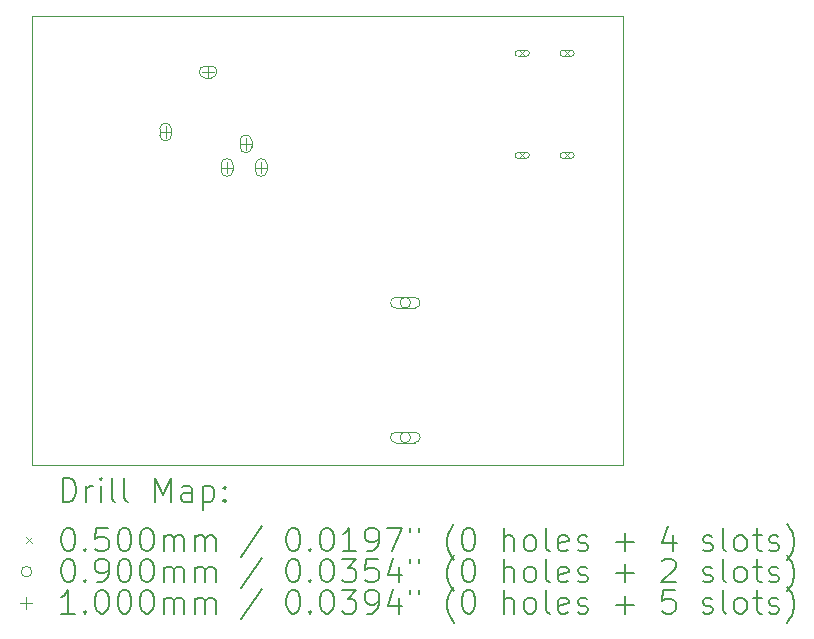
<source format=gbr>
%TF.GenerationSoftware,KiCad,Pcbnew,8.0.4*%
%TF.CreationDate,2024-08-12T23:01:41-04:00*%
%TF.ProjectId,SAMD21_MIDI_SPEAKER,53414d44-3231-45f4-9d49-44495f535045,rev?*%
%TF.SameCoordinates,Original*%
%TF.FileFunction,Drillmap*%
%TF.FilePolarity,Positive*%
%FSLAX45Y45*%
G04 Gerber Fmt 4.5, Leading zero omitted, Abs format (unit mm)*
G04 Created by KiCad (PCBNEW 8.0.4) date 2024-08-12 23:01:41*
%MOMM*%
%LPD*%
G01*
G04 APERTURE LIST*
%ADD10C,0.050000*%
%ADD11C,0.200000*%
%ADD12C,0.100000*%
G04 APERTURE END LIST*
D10*
X15000000Y-8600000D02*
X15100000Y-8600000D01*
X15000000Y-4800000D02*
X15000000Y-8600000D01*
X20000000Y-4800000D02*
X15000000Y-4800000D01*
X20000000Y-8600000D02*
X20000000Y-4800000D01*
X15100000Y-8600000D02*
X20000000Y-8600000D01*
D11*
D12*
X19125000Y-5093000D02*
X19175000Y-5143000D01*
X19175000Y-5093000D02*
X19125000Y-5143000D01*
X19115000Y-5143000D02*
X19185000Y-5143000D01*
X19185000Y-5093000D02*
G75*
G02*
X19185000Y-5143000I0J-25000D01*
G01*
X19185000Y-5093000D02*
X19115000Y-5093000D01*
X19115000Y-5093000D02*
G75*
G03*
X19115000Y-5143000I0J-25000D01*
G01*
X19125000Y-5957000D02*
X19175000Y-6007000D01*
X19175000Y-5957000D02*
X19125000Y-6007000D01*
X19115000Y-6007000D02*
X19185000Y-6007000D01*
X19185000Y-5957000D02*
G75*
G02*
X19185000Y-6007000I0J-25000D01*
G01*
X19185000Y-5957000D02*
X19115000Y-5957000D01*
X19115000Y-5957000D02*
G75*
G03*
X19115000Y-6007000I0J-25000D01*
G01*
X19505000Y-5093000D02*
X19555000Y-5143000D01*
X19555000Y-5093000D02*
X19505000Y-5143000D01*
X19495000Y-5143000D02*
X19565000Y-5143000D01*
X19565000Y-5093000D02*
G75*
G02*
X19565000Y-5143000I0J-25000D01*
G01*
X19565000Y-5093000D02*
X19495000Y-5093000D01*
X19495000Y-5093000D02*
G75*
G03*
X19495000Y-5143000I0J-25000D01*
G01*
X19505000Y-5957000D02*
X19555000Y-6007000D01*
X19555000Y-5957000D02*
X19505000Y-6007000D01*
X19495000Y-6007000D02*
X19565000Y-6007000D01*
X19565000Y-5957000D02*
G75*
G02*
X19565000Y-6007000I0J-25000D01*
G01*
X19565000Y-5957000D02*
X19495000Y-5957000D01*
X19495000Y-5957000D02*
G75*
G03*
X19495000Y-6007000I0J-25000D01*
G01*
X18205000Y-7230000D02*
G75*
G02*
X18115000Y-7230000I-45000J0D01*
G01*
X18115000Y-7230000D02*
G75*
G02*
X18205000Y-7230000I45000J0D01*
G01*
X18080000Y-7275000D02*
X18240000Y-7275000D01*
X18240000Y-7185000D02*
G75*
G02*
X18240000Y-7275000I0J-45000D01*
G01*
X18240000Y-7185000D02*
X18080000Y-7185000D01*
X18080000Y-7185000D02*
G75*
G03*
X18080000Y-7275000I0J-45000D01*
G01*
X18205000Y-8370000D02*
G75*
G02*
X18115000Y-8370000I-45000J0D01*
G01*
X18115000Y-8370000D02*
G75*
G02*
X18205000Y-8370000I45000J0D01*
G01*
X18080000Y-8415000D02*
X18240000Y-8415000D01*
X18240000Y-8325000D02*
G75*
G02*
X18240000Y-8415000I0J-45000D01*
G01*
X18240000Y-8325000D02*
X18080000Y-8325000D01*
X18080000Y-8325000D02*
G75*
G03*
X18080000Y-8415000I0J-45000D01*
G01*
X16130000Y-5735000D02*
X16130000Y-5835000D01*
X16080000Y-5785000D02*
X16180000Y-5785000D01*
X16180000Y-5810000D02*
X16180000Y-5760000D01*
X16080000Y-5760000D02*
G75*
G02*
X16180000Y-5760000I50000J0D01*
G01*
X16080000Y-5760000D02*
X16080000Y-5810000D01*
X16080000Y-5810000D02*
G75*
G03*
X16180000Y-5810000I50000J0D01*
G01*
X16490000Y-5225000D02*
X16490000Y-5325000D01*
X16440000Y-5275000D02*
X16540000Y-5275000D01*
X16465000Y-5325000D02*
X16515000Y-5325000D01*
X16515000Y-5225000D02*
G75*
G02*
X16515000Y-5325000I0J-50000D01*
G01*
X16515000Y-5225000D02*
X16465000Y-5225000D01*
X16465000Y-5225000D02*
G75*
G03*
X16465000Y-5325000I0J-50000D01*
G01*
X16650000Y-6035000D02*
X16650000Y-6135000D01*
X16600000Y-6085000D02*
X16700000Y-6085000D01*
X16700000Y-6110000D02*
X16700000Y-6060000D01*
X16600000Y-6060000D02*
G75*
G02*
X16700000Y-6060000I50000J0D01*
G01*
X16600000Y-6060000D02*
X16600000Y-6110000D01*
X16600000Y-6110000D02*
G75*
G03*
X16700000Y-6110000I50000J0D01*
G01*
X16810000Y-5835000D02*
X16810000Y-5935000D01*
X16760000Y-5885000D02*
X16860000Y-5885000D01*
X16860000Y-5910000D02*
X16860000Y-5860000D01*
X16760000Y-5860000D02*
G75*
G02*
X16860000Y-5860000I50000J0D01*
G01*
X16760000Y-5860000D02*
X16760000Y-5910000D01*
X16760000Y-5910000D02*
G75*
G03*
X16860000Y-5910000I50000J0D01*
G01*
X16940000Y-6035000D02*
X16940000Y-6135000D01*
X16890000Y-6085000D02*
X16990000Y-6085000D01*
X16990000Y-6110000D02*
X16990000Y-6060000D01*
X16890000Y-6060000D02*
G75*
G02*
X16990000Y-6060000I50000J0D01*
G01*
X16890000Y-6060000D02*
X16890000Y-6110000D01*
X16890000Y-6110000D02*
G75*
G03*
X16990000Y-6110000I50000J0D01*
G01*
D11*
X15258277Y-8913984D02*
X15258277Y-8713984D01*
X15258277Y-8713984D02*
X15305896Y-8713984D01*
X15305896Y-8713984D02*
X15334467Y-8723508D01*
X15334467Y-8723508D02*
X15353515Y-8742555D01*
X15353515Y-8742555D02*
X15363039Y-8761603D01*
X15363039Y-8761603D02*
X15372562Y-8799698D01*
X15372562Y-8799698D02*
X15372562Y-8828270D01*
X15372562Y-8828270D02*
X15363039Y-8866365D01*
X15363039Y-8866365D02*
X15353515Y-8885412D01*
X15353515Y-8885412D02*
X15334467Y-8904460D01*
X15334467Y-8904460D02*
X15305896Y-8913984D01*
X15305896Y-8913984D02*
X15258277Y-8913984D01*
X15458277Y-8913984D02*
X15458277Y-8780650D01*
X15458277Y-8818746D02*
X15467801Y-8799698D01*
X15467801Y-8799698D02*
X15477324Y-8790174D01*
X15477324Y-8790174D02*
X15496372Y-8780650D01*
X15496372Y-8780650D02*
X15515420Y-8780650D01*
X15582086Y-8913984D02*
X15582086Y-8780650D01*
X15582086Y-8713984D02*
X15572562Y-8723508D01*
X15572562Y-8723508D02*
X15582086Y-8733031D01*
X15582086Y-8733031D02*
X15591610Y-8723508D01*
X15591610Y-8723508D02*
X15582086Y-8713984D01*
X15582086Y-8713984D02*
X15582086Y-8733031D01*
X15705896Y-8913984D02*
X15686848Y-8904460D01*
X15686848Y-8904460D02*
X15677324Y-8885412D01*
X15677324Y-8885412D02*
X15677324Y-8713984D01*
X15810658Y-8913984D02*
X15791610Y-8904460D01*
X15791610Y-8904460D02*
X15782086Y-8885412D01*
X15782086Y-8885412D02*
X15782086Y-8713984D01*
X16039229Y-8913984D02*
X16039229Y-8713984D01*
X16039229Y-8713984D02*
X16105896Y-8856841D01*
X16105896Y-8856841D02*
X16172562Y-8713984D01*
X16172562Y-8713984D02*
X16172562Y-8913984D01*
X16353515Y-8913984D02*
X16353515Y-8809222D01*
X16353515Y-8809222D02*
X16343991Y-8790174D01*
X16343991Y-8790174D02*
X16324943Y-8780650D01*
X16324943Y-8780650D02*
X16286848Y-8780650D01*
X16286848Y-8780650D02*
X16267801Y-8790174D01*
X16353515Y-8904460D02*
X16334467Y-8913984D01*
X16334467Y-8913984D02*
X16286848Y-8913984D01*
X16286848Y-8913984D02*
X16267801Y-8904460D01*
X16267801Y-8904460D02*
X16258277Y-8885412D01*
X16258277Y-8885412D02*
X16258277Y-8866365D01*
X16258277Y-8866365D02*
X16267801Y-8847317D01*
X16267801Y-8847317D02*
X16286848Y-8837793D01*
X16286848Y-8837793D02*
X16334467Y-8837793D01*
X16334467Y-8837793D02*
X16353515Y-8828270D01*
X16448753Y-8780650D02*
X16448753Y-8980650D01*
X16448753Y-8790174D02*
X16467801Y-8780650D01*
X16467801Y-8780650D02*
X16505896Y-8780650D01*
X16505896Y-8780650D02*
X16524943Y-8790174D01*
X16524943Y-8790174D02*
X16534467Y-8799698D01*
X16534467Y-8799698D02*
X16543991Y-8818746D01*
X16543991Y-8818746D02*
X16543991Y-8875889D01*
X16543991Y-8875889D02*
X16534467Y-8894936D01*
X16534467Y-8894936D02*
X16524943Y-8904460D01*
X16524943Y-8904460D02*
X16505896Y-8913984D01*
X16505896Y-8913984D02*
X16467801Y-8913984D01*
X16467801Y-8913984D02*
X16448753Y-8904460D01*
X16629705Y-8894936D02*
X16639229Y-8904460D01*
X16639229Y-8904460D02*
X16629705Y-8913984D01*
X16629705Y-8913984D02*
X16620182Y-8904460D01*
X16620182Y-8904460D02*
X16629705Y-8894936D01*
X16629705Y-8894936D02*
X16629705Y-8913984D01*
X16629705Y-8790174D02*
X16639229Y-8799698D01*
X16639229Y-8799698D02*
X16629705Y-8809222D01*
X16629705Y-8809222D02*
X16620182Y-8799698D01*
X16620182Y-8799698D02*
X16629705Y-8790174D01*
X16629705Y-8790174D02*
X16629705Y-8809222D01*
D12*
X14947500Y-9217500D02*
X14997500Y-9267500D01*
X14997500Y-9217500D02*
X14947500Y-9267500D01*
D11*
X15296372Y-9133984D02*
X15315420Y-9133984D01*
X15315420Y-9133984D02*
X15334467Y-9143508D01*
X15334467Y-9143508D02*
X15343991Y-9153031D01*
X15343991Y-9153031D02*
X15353515Y-9172079D01*
X15353515Y-9172079D02*
X15363039Y-9210174D01*
X15363039Y-9210174D02*
X15363039Y-9257793D01*
X15363039Y-9257793D02*
X15353515Y-9295889D01*
X15353515Y-9295889D02*
X15343991Y-9314936D01*
X15343991Y-9314936D02*
X15334467Y-9324460D01*
X15334467Y-9324460D02*
X15315420Y-9333984D01*
X15315420Y-9333984D02*
X15296372Y-9333984D01*
X15296372Y-9333984D02*
X15277324Y-9324460D01*
X15277324Y-9324460D02*
X15267801Y-9314936D01*
X15267801Y-9314936D02*
X15258277Y-9295889D01*
X15258277Y-9295889D02*
X15248753Y-9257793D01*
X15248753Y-9257793D02*
X15248753Y-9210174D01*
X15248753Y-9210174D02*
X15258277Y-9172079D01*
X15258277Y-9172079D02*
X15267801Y-9153031D01*
X15267801Y-9153031D02*
X15277324Y-9143508D01*
X15277324Y-9143508D02*
X15296372Y-9133984D01*
X15448753Y-9314936D02*
X15458277Y-9324460D01*
X15458277Y-9324460D02*
X15448753Y-9333984D01*
X15448753Y-9333984D02*
X15439229Y-9324460D01*
X15439229Y-9324460D02*
X15448753Y-9314936D01*
X15448753Y-9314936D02*
X15448753Y-9333984D01*
X15639229Y-9133984D02*
X15543991Y-9133984D01*
X15543991Y-9133984D02*
X15534467Y-9229222D01*
X15534467Y-9229222D02*
X15543991Y-9219698D01*
X15543991Y-9219698D02*
X15563039Y-9210174D01*
X15563039Y-9210174D02*
X15610658Y-9210174D01*
X15610658Y-9210174D02*
X15629705Y-9219698D01*
X15629705Y-9219698D02*
X15639229Y-9229222D01*
X15639229Y-9229222D02*
X15648753Y-9248270D01*
X15648753Y-9248270D02*
X15648753Y-9295889D01*
X15648753Y-9295889D02*
X15639229Y-9314936D01*
X15639229Y-9314936D02*
X15629705Y-9324460D01*
X15629705Y-9324460D02*
X15610658Y-9333984D01*
X15610658Y-9333984D02*
X15563039Y-9333984D01*
X15563039Y-9333984D02*
X15543991Y-9324460D01*
X15543991Y-9324460D02*
X15534467Y-9314936D01*
X15772562Y-9133984D02*
X15791610Y-9133984D01*
X15791610Y-9133984D02*
X15810658Y-9143508D01*
X15810658Y-9143508D02*
X15820182Y-9153031D01*
X15820182Y-9153031D02*
X15829705Y-9172079D01*
X15829705Y-9172079D02*
X15839229Y-9210174D01*
X15839229Y-9210174D02*
X15839229Y-9257793D01*
X15839229Y-9257793D02*
X15829705Y-9295889D01*
X15829705Y-9295889D02*
X15820182Y-9314936D01*
X15820182Y-9314936D02*
X15810658Y-9324460D01*
X15810658Y-9324460D02*
X15791610Y-9333984D01*
X15791610Y-9333984D02*
X15772562Y-9333984D01*
X15772562Y-9333984D02*
X15753515Y-9324460D01*
X15753515Y-9324460D02*
X15743991Y-9314936D01*
X15743991Y-9314936D02*
X15734467Y-9295889D01*
X15734467Y-9295889D02*
X15724943Y-9257793D01*
X15724943Y-9257793D02*
X15724943Y-9210174D01*
X15724943Y-9210174D02*
X15734467Y-9172079D01*
X15734467Y-9172079D02*
X15743991Y-9153031D01*
X15743991Y-9153031D02*
X15753515Y-9143508D01*
X15753515Y-9143508D02*
X15772562Y-9133984D01*
X15963039Y-9133984D02*
X15982086Y-9133984D01*
X15982086Y-9133984D02*
X16001134Y-9143508D01*
X16001134Y-9143508D02*
X16010658Y-9153031D01*
X16010658Y-9153031D02*
X16020182Y-9172079D01*
X16020182Y-9172079D02*
X16029705Y-9210174D01*
X16029705Y-9210174D02*
X16029705Y-9257793D01*
X16029705Y-9257793D02*
X16020182Y-9295889D01*
X16020182Y-9295889D02*
X16010658Y-9314936D01*
X16010658Y-9314936D02*
X16001134Y-9324460D01*
X16001134Y-9324460D02*
X15982086Y-9333984D01*
X15982086Y-9333984D02*
X15963039Y-9333984D01*
X15963039Y-9333984D02*
X15943991Y-9324460D01*
X15943991Y-9324460D02*
X15934467Y-9314936D01*
X15934467Y-9314936D02*
X15924943Y-9295889D01*
X15924943Y-9295889D02*
X15915420Y-9257793D01*
X15915420Y-9257793D02*
X15915420Y-9210174D01*
X15915420Y-9210174D02*
X15924943Y-9172079D01*
X15924943Y-9172079D02*
X15934467Y-9153031D01*
X15934467Y-9153031D02*
X15943991Y-9143508D01*
X15943991Y-9143508D02*
X15963039Y-9133984D01*
X16115420Y-9333984D02*
X16115420Y-9200650D01*
X16115420Y-9219698D02*
X16124943Y-9210174D01*
X16124943Y-9210174D02*
X16143991Y-9200650D01*
X16143991Y-9200650D02*
X16172563Y-9200650D01*
X16172563Y-9200650D02*
X16191610Y-9210174D01*
X16191610Y-9210174D02*
X16201134Y-9229222D01*
X16201134Y-9229222D02*
X16201134Y-9333984D01*
X16201134Y-9229222D02*
X16210658Y-9210174D01*
X16210658Y-9210174D02*
X16229705Y-9200650D01*
X16229705Y-9200650D02*
X16258277Y-9200650D01*
X16258277Y-9200650D02*
X16277324Y-9210174D01*
X16277324Y-9210174D02*
X16286848Y-9229222D01*
X16286848Y-9229222D02*
X16286848Y-9333984D01*
X16382086Y-9333984D02*
X16382086Y-9200650D01*
X16382086Y-9219698D02*
X16391610Y-9210174D01*
X16391610Y-9210174D02*
X16410658Y-9200650D01*
X16410658Y-9200650D02*
X16439229Y-9200650D01*
X16439229Y-9200650D02*
X16458277Y-9210174D01*
X16458277Y-9210174D02*
X16467801Y-9229222D01*
X16467801Y-9229222D02*
X16467801Y-9333984D01*
X16467801Y-9229222D02*
X16477324Y-9210174D01*
X16477324Y-9210174D02*
X16496372Y-9200650D01*
X16496372Y-9200650D02*
X16524943Y-9200650D01*
X16524943Y-9200650D02*
X16543991Y-9210174D01*
X16543991Y-9210174D02*
X16553515Y-9229222D01*
X16553515Y-9229222D02*
X16553515Y-9333984D01*
X16943991Y-9124460D02*
X16772563Y-9381603D01*
X17201134Y-9133984D02*
X17220182Y-9133984D01*
X17220182Y-9133984D02*
X17239229Y-9143508D01*
X17239229Y-9143508D02*
X17248753Y-9153031D01*
X17248753Y-9153031D02*
X17258277Y-9172079D01*
X17258277Y-9172079D02*
X17267801Y-9210174D01*
X17267801Y-9210174D02*
X17267801Y-9257793D01*
X17267801Y-9257793D02*
X17258277Y-9295889D01*
X17258277Y-9295889D02*
X17248753Y-9314936D01*
X17248753Y-9314936D02*
X17239229Y-9324460D01*
X17239229Y-9324460D02*
X17220182Y-9333984D01*
X17220182Y-9333984D02*
X17201134Y-9333984D01*
X17201134Y-9333984D02*
X17182087Y-9324460D01*
X17182087Y-9324460D02*
X17172563Y-9314936D01*
X17172563Y-9314936D02*
X17163039Y-9295889D01*
X17163039Y-9295889D02*
X17153515Y-9257793D01*
X17153515Y-9257793D02*
X17153515Y-9210174D01*
X17153515Y-9210174D02*
X17163039Y-9172079D01*
X17163039Y-9172079D02*
X17172563Y-9153031D01*
X17172563Y-9153031D02*
X17182087Y-9143508D01*
X17182087Y-9143508D02*
X17201134Y-9133984D01*
X17353515Y-9314936D02*
X17363039Y-9324460D01*
X17363039Y-9324460D02*
X17353515Y-9333984D01*
X17353515Y-9333984D02*
X17343991Y-9324460D01*
X17343991Y-9324460D02*
X17353515Y-9314936D01*
X17353515Y-9314936D02*
X17353515Y-9333984D01*
X17486848Y-9133984D02*
X17505896Y-9133984D01*
X17505896Y-9133984D02*
X17524944Y-9143508D01*
X17524944Y-9143508D02*
X17534468Y-9153031D01*
X17534468Y-9153031D02*
X17543991Y-9172079D01*
X17543991Y-9172079D02*
X17553515Y-9210174D01*
X17553515Y-9210174D02*
X17553515Y-9257793D01*
X17553515Y-9257793D02*
X17543991Y-9295889D01*
X17543991Y-9295889D02*
X17534468Y-9314936D01*
X17534468Y-9314936D02*
X17524944Y-9324460D01*
X17524944Y-9324460D02*
X17505896Y-9333984D01*
X17505896Y-9333984D02*
X17486848Y-9333984D01*
X17486848Y-9333984D02*
X17467801Y-9324460D01*
X17467801Y-9324460D02*
X17458277Y-9314936D01*
X17458277Y-9314936D02*
X17448753Y-9295889D01*
X17448753Y-9295889D02*
X17439229Y-9257793D01*
X17439229Y-9257793D02*
X17439229Y-9210174D01*
X17439229Y-9210174D02*
X17448753Y-9172079D01*
X17448753Y-9172079D02*
X17458277Y-9153031D01*
X17458277Y-9153031D02*
X17467801Y-9143508D01*
X17467801Y-9143508D02*
X17486848Y-9133984D01*
X17743991Y-9333984D02*
X17629706Y-9333984D01*
X17686848Y-9333984D02*
X17686848Y-9133984D01*
X17686848Y-9133984D02*
X17667801Y-9162555D01*
X17667801Y-9162555D02*
X17648753Y-9181603D01*
X17648753Y-9181603D02*
X17629706Y-9191127D01*
X17839229Y-9333984D02*
X17877325Y-9333984D01*
X17877325Y-9333984D02*
X17896372Y-9324460D01*
X17896372Y-9324460D02*
X17905896Y-9314936D01*
X17905896Y-9314936D02*
X17924944Y-9286365D01*
X17924944Y-9286365D02*
X17934468Y-9248270D01*
X17934468Y-9248270D02*
X17934468Y-9172079D01*
X17934468Y-9172079D02*
X17924944Y-9153031D01*
X17924944Y-9153031D02*
X17915420Y-9143508D01*
X17915420Y-9143508D02*
X17896372Y-9133984D01*
X17896372Y-9133984D02*
X17858277Y-9133984D01*
X17858277Y-9133984D02*
X17839229Y-9143508D01*
X17839229Y-9143508D02*
X17829706Y-9153031D01*
X17829706Y-9153031D02*
X17820182Y-9172079D01*
X17820182Y-9172079D02*
X17820182Y-9219698D01*
X17820182Y-9219698D02*
X17829706Y-9238746D01*
X17829706Y-9238746D02*
X17839229Y-9248270D01*
X17839229Y-9248270D02*
X17858277Y-9257793D01*
X17858277Y-9257793D02*
X17896372Y-9257793D01*
X17896372Y-9257793D02*
X17915420Y-9248270D01*
X17915420Y-9248270D02*
X17924944Y-9238746D01*
X17924944Y-9238746D02*
X17934468Y-9219698D01*
X18001134Y-9133984D02*
X18134468Y-9133984D01*
X18134468Y-9133984D02*
X18048753Y-9333984D01*
X18201134Y-9133984D02*
X18201134Y-9172079D01*
X18277325Y-9133984D02*
X18277325Y-9172079D01*
X18572563Y-9410174D02*
X18563039Y-9400650D01*
X18563039Y-9400650D02*
X18543991Y-9372079D01*
X18543991Y-9372079D02*
X18534468Y-9353031D01*
X18534468Y-9353031D02*
X18524944Y-9324460D01*
X18524944Y-9324460D02*
X18515420Y-9276841D01*
X18515420Y-9276841D02*
X18515420Y-9238746D01*
X18515420Y-9238746D02*
X18524944Y-9191127D01*
X18524944Y-9191127D02*
X18534468Y-9162555D01*
X18534468Y-9162555D02*
X18543991Y-9143508D01*
X18543991Y-9143508D02*
X18563039Y-9114936D01*
X18563039Y-9114936D02*
X18572563Y-9105412D01*
X18686849Y-9133984D02*
X18705896Y-9133984D01*
X18705896Y-9133984D02*
X18724944Y-9143508D01*
X18724944Y-9143508D02*
X18734468Y-9153031D01*
X18734468Y-9153031D02*
X18743991Y-9172079D01*
X18743991Y-9172079D02*
X18753515Y-9210174D01*
X18753515Y-9210174D02*
X18753515Y-9257793D01*
X18753515Y-9257793D02*
X18743991Y-9295889D01*
X18743991Y-9295889D02*
X18734468Y-9314936D01*
X18734468Y-9314936D02*
X18724944Y-9324460D01*
X18724944Y-9324460D02*
X18705896Y-9333984D01*
X18705896Y-9333984D02*
X18686849Y-9333984D01*
X18686849Y-9333984D02*
X18667801Y-9324460D01*
X18667801Y-9324460D02*
X18658277Y-9314936D01*
X18658277Y-9314936D02*
X18648753Y-9295889D01*
X18648753Y-9295889D02*
X18639230Y-9257793D01*
X18639230Y-9257793D02*
X18639230Y-9210174D01*
X18639230Y-9210174D02*
X18648753Y-9172079D01*
X18648753Y-9172079D02*
X18658277Y-9153031D01*
X18658277Y-9153031D02*
X18667801Y-9143508D01*
X18667801Y-9143508D02*
X18686849Y-9133984D01*
X18991611Y-9333984D02*
X18991611Y-9133984D01*
X19077325Y-9333984D02*
X19077325Y-9229222D01*
X19077325Y-9229222D02*
X19067801Y-9210174D01*
X19067801Y-9210174D02*
X19048753Y-9200650D01*
X19048753Y-9200650D02*
X19020182Y-9200650D01*
X19020182Y-9200650D02*
X19001134Y-9210174D01*
X19001134Y-9210174D02*
X18991611Y-9219698D01*
X19201134Y-9333984D02*
X19182087Y-9324460D01*
X19182087Y-9324460D02*
X19172563Y-9314936D01*
X19172563Y-9314936D02*
X19163039Y-9295889D01*
X19163039Y-9295889D02*
X19163039Y-9238746D01*
X19163039Y-9238746D02*
X19172563Y-9219698D01*
X19172563Y-9219698D02*
X19182087Y-9210174D01*
X19182087Y-9210174D02*
X19201134Y-9200650D01*
X19201134Y-9200650D02*
X19229706Y-9200650D01*
X19229706Y-9200650D02*
X19248753Y-9210174D01*
X19248753Y-9210174D02*
X19258277Y-9219698D01*
X19258277Y-9219698D02*
X19267801Y-9238746D01*
X19267801Y-9238746D02*
X19267801Y-9295889D01*
X19267801Y-9295889D02*
X19258277Y-9314936D01*
X19258277Y-9314936D02*
X19248753Y-9324460D01*
X19248753Y-9324460D02*
X19229706Y-9333984D01*
X19229706Y-9333984D02*
X19201134Y-9333984D01*
X19382087Y-9333984D02*
X19363039Y-9324460D01*
X19363039Y-9324460D02*
X19353515Y-9305412D01*
X19353515Y-9305412D02*
X19353515Y-9133984D01*
X19534468Y-9324460D02*
X19515420Y-9333984D01*
X19515420Y-9333984D02*
X19477325Y-9333984D01*
X19477325Y-9333984D02*
X19458277Y-9324460D01*
X19458277Y-9324460D02*
X19448753Y-9305412D01*
X19448753Y-9305412D02*
X19448753Y-9229222D01*
X19448753Y-9229222D02*
X19458277Y-9210174D01*
X19458277Y-9210174D02*
X19477325Y-9200650D01*
X19477325Y-9200650D02*
X19515420Y-9200650D01*
X19515420Y-9200650D02*
X19534468Y-9210174D01*
X19534468Y-9210174D02*
X19543992Y-9229222D01*
X19543992Y-9229222D02*
X19543992Y-9248270D01*
X19543992Y-9248270D02*
X19448753Y-9267317D01*
X19620182Y-9324460D02*
X19639230Y-9333984D01*
X19639230Y-9333984D02*
X19677325Y-9333984D01*
X19677325Y-9333984D02*
X19696373Y-9324460D01*
X19696373Y-9324460D02*
X19705896Y-9305412D01*
X19705896Y-9305412D02*
X19705896Y-9295889D01*
X19705896Y-9295889D02*
X19696373Y-9276841D01*
X19696373Y-9276841D02*
X19677325Y-9267317D01*
X19677325Y-9267317D02*
X19648753Y-9267317D01*
X19648753Y-9267317D02*
X19629706Y-9257793D01*
X19629706Y-9257793D02*
X19620182Y-9238746D01*
X19620182Y-9238746D02*
X19620182Y-9229222D01*
X19620182Y-9229222D02*
X19629706Y-9210174D01*
X19629706Y-9210174D02*
X19648753Y-9200650D01*
X19648753Y-9200650D02*
X19677325Y-9200650D01*
X19677325Y-9200650D02*
X19696373Y-9210174D01*
X19943992Y-9257793D02*
X20096373Y-9257793D01*
X20020182Y-9333984D02*
X20020182Y-9181603D01*
X20429706Y-9200650D02*
X20429706Y-9333984D01*
X20382087Y-9124460D02*
X20334468Y-9267317D01*
X20334468Y-9267317D02*
X20458277Y-9267317D01*
X20677325Y-9324460D02*
X20696373Y-9333984D01*
X20696373Y-9333984D02*
X20734468Y-9333984D01*
X20734468Y-9333984D02*
X20753516Y-9324460D01*
X20753516Y-9324460D02*
X20763039Y-9305412D01*
X20763039Y-9305412D02*
X20763039Y-9295889D01*
X20763039Y-9295889D02*
X20753516Y-9276841D01*
X20753516Y-9276841D02*
X20734468Y-9267317D01*
X20734468Y-9267317D02*
X20705896Y-9267317D01*
X20705896Y-9267317D02*
X20686849Y-9257793D01*
X20686849Y-9257793D02*
X20677325Y-9238746D01*
X20677325Y-9238746D02*
X20677325Y-9229222D01*
X20677325Y-9229222D02*
X20686849Y-9210174D01*
X20686849Y-9210174D02*
X20705896Y-9200650D01*
X20705896Y-9200650D02*
X20734468Y-9200650D01*
X20734468Y-9200650D02*
X20753516Y-9210174D01*
X20877325Y-9333984D02*
X20858277Y-9324460D01*
X20858277Y-9324460D02*
X20848754Y-9305412D01*
X20848754Y-9305412D02*
X20848754Y-9133984D01*
X20982087Y-9333984D02*
X20963039Y-9324460D01*
X20963039Y-9324460D02*
X20953516Y-9314936D01*
X20953516Y-9314936D02*
X20943992Y-9295889D01*
X20943992Y-9295889D02*
X20943992Y-9238746D01*
X20943992Y-9238746D02*
X20953516Y-9219698D01*
X20953516Y-9219698D02*
X20963039Y-9210174D01*
X20963039Y-9210174D02*
X20982087Y-9200650D01*
X20982087Y-9200650D02*
X21010658Y-9200650D01*
X21010658Y-9200650D02*
X21029706Y-9210174D01*
X21029706Y-9210174D02*
X21039230Y-9219698D01*
X21039230Y-9219698D02*
X21048754Y-9238746D01*
X21048754Y-9238746D02*
X21048754Y-9295889D01*
X21048754Y-9295889D02*
X21039230Y-9314936D01*
X21039230Y-9314936D02*
X21029706Y-9324460D01*
X21029706Y-9324460D02*
X21010658Y-9333984D01*
X21010658Y-9333984D02*
X20982087Y-9333984D01*
X21105897Y-9200650D02*
X21182087Y-9200650D01*
X21134468Y-9133984D02*
X21134468Y-9305412D01*
X21134468Y-9305412D02*
X21143992Y-9324460D01*
X21143992Y-9324460D02*
X21163039Y-9333984D01*
X21163039Y-9333984D02*
X21182087Y-9333984D01*
X21239230Y-9324460D02*
X21258277Y-9333984D01*
X21258277Y-9333984D02*
X21296373Y-9333984D01*
X21296373Y-9333984D02*
X21315420Y-9324460D01*
X21315420Y-9324460D02*
X21324944Y-9305412D01*
X21324944Y-9305412D02*
X21324944Y-9295889D01*
X21324944Y-9295889D02*
X21315420Y-9276841D01*
X21315420Y-9276841D02*
X21296373Y-9267317D01*
X21296373Y-9267317D02*
X21267801Y-9267317D01*
X21267801Y-9267317D02*
X21248754Y-9257793D01*
X21248754Y-9257793D02*
X21239230Y-9238746D01*
X21239230Y-9238746D02*
X21239230Y-9229222D01*
X21239230Y-9229222D02*
X21248754Y-9210174D01*
X21248754Y-9210174D02*
X21267801Y-9200650D01*
X21267801Y-9200650D02*
X21296373Y-9200650D01*
X21296373Y-9200650D02*
X21315420Y-9210174D01*
X21391611Y-9410174D02*
X21401135Y-9400650D01*
X21401135Y-9400650D02*
X21420182Y-9372079D01*
X21420182Y-9372079D02*
X21429706Y-9353031D01*
X21429706Y-9353031D02*
X21439230Y-9324460D01*
X21439230Y-9324460D02*
X21448754Y-9276841D01*
X21448754Y-9276841D02*
X21448754Y-9238746D01*
X21448754Y-9238746D02*
X21439230Y-9191127D01*
X21439230Y-9191127D02*
X21429706Y-9162555D01*
X21429706Y-9162555D02*
X21420182Y-9143508D01*
X21420182Y-9143508D02*
X21401135Y-9114936D01*
X21401135Y-9114936D02*
X21391611Y-9105412D01*
D12*
X14997500Y-9506500D02*
G75*
G02*
X14907500Y-9506500I-45000J0D01*
G01*
X14907500Y-9506500D02*
G75*
G02*
X14997500Y-9506500I45000J0D01*
G01*
D11*
X15296372Y-9397984D02*
X15315420Y-9397984D01*
X15315420Y-9397984D02*
X15334467Y-9407508D01*
X15334467Y-9407508D02*
X15343991Y-9417031D01*
X15343991Y-9417031D02*
X15353515Y-9436079D01*
X15353515Y-9436079D02*
X15363039Y-9474174D01*
X15363039Y-9474174D02*
X15363039Y-9521793D01*
X15363039Y-9521793D02*
X15353515Y-9559889D01*
X15353515Y-9559889D02*
X15343991Y-9578936D01*
X15343991Y-9578936D02*
X15334467Y-9588460D01*
X15334467Y-9588460D02*
X15315420Y-9597984D01*
X15315420Y-9597984D02*
X15296372Y-9597984D01*
X15296372Y-9597984D02*
X15277324Y-9588460D01*
X15277324Y-9588460D02*
X15267801Y-9578936D01*
X15267801Y-9578936D02*
X15258277Y-9559889D01*
X15258277Y-9559889D02*
X15248753Y-9521793D01*
X15248753Y-9521793D02*
X15248753Y-9474174D01*
X15248753Y-9474174D02*
X15258277Y-9436079D01*
X15258277Y-9436079D02*
X15267801Y-9417031D01*
X15267801Y-9417031D02*
X15277324Y-9407508D01*
X15277324Y-9407508D02*
X15296372Y-9397984D01*
X15448753Y-9578936D02*
X15458277Y-9588460D01*
X15458277Y-9588460D02*
X15448753Y-9597984D01*
X15448753Y-9597984D02*
X15439229Y-9588460D01*
X15439229Y-9588460D02*
X15448753Y-9578936D01*
X15448753Y-9578936D02*
X15448753Y-9597984D01*
X15553515Y-9597984D02*
X15591610Y-9597984D01*
X15591610Y-9597984D02*
X15610658Y-9588460D01*
X15610658Y-9588460D02*
X15620182Y-9578936D01*
X15620182Y-9578936D02*
X15639229Y-9550365D01*
X15639229Y-9550365D02*
X15648753Y-9512270D01*
X15648753Y-9512270D02*
X15648753Y-9436079D01*
X15648753Y-9436079D02*
X15639229Y-9417031D01*
X15639229Y-9417031D02*
X15629705Y-9407508D01*
X15629705Y-9407508D02*
X15610658Y-9397984D01*
X15610658Y-9397984D02*
X15572562Y-9397984D01*
X15572562Y-9397984D02*
X15553515Y-9407508D01*
X15553515Y-9407508D02*
X15543991Y-9417031D01*
X15543991Y-9417031D02*
X15534467Y-9436079D01*
X15534467Y-9436079D02*
X15534467Y-9483698D01*
X15534467Y-9483698D02*
X15543991Y-9502746D01*
X15543991Y-9502746D02*
X15553515Y-9512270D01*
X15553515Y-9512270D02*
X15572562Y-9521793D01*
X15572562Y-9521793D02*
X15610658Y-9521793D01*
X15610658Y-9521793D02*
X15629705Y-9512270D01*
X15629705Y-9512270D02*
X15639229Y-9502746D01*
X15639229Y-9502746D02*
X15648753Y-9483698D01*
X15772562Y-9397984D02*
X15791610Y-9397984D01*
X15791610Y-9397984D02*
X15810658Y-9407508D01*
X15810658Y-9407508D02*
X15820182Y-9417031D01*
X15820182Y-9417031D02*
X15829705Y-9436079D01*
X15829705Y-9436079D02*
X15839229Y-9474174D01*
X15839229Y-9474174D02*
X15839229Y-9521793D01*
X15839229Y-9521793D02*
X15829705Y-9559889D01*
X15829705Y-9559889D02*
X15820182Y-9578936D01*
X15820182Y-9578936D02*
X15810658Y-9588460D01*
X15810658Y-9588460D02*
X15791610Y-9597984D01*
X15791610Y-9597984D02*
X15772562Y-9597984D01*
X15772562Y-9597984D02*
X15753515Y-9588460D01*
X15753515Y-9588460D02*
X15743991Y-9578936D01*
X15743991Y-9578936D02*
X15734467Y-9559889D01*
X15734467Y-9559889D02*
X15724943Y-9521793D01*
X15724943Y-9521793D02*
X15724943Y-9474174D01*
X15724943Y-9474174D02*
X15734467Y-9436079D01*
X15734467Y-9436079D02*
X15743991Y-9417031D01*
X15743991Y-9417031D02*
X15753515Y-9407508D01*
X15753515Y-9407508D02*
X15772562Y-9397984D01*
X15963039Y-9397984D02*
X15982086Y-9397984D01*
X15982086Y-9397984D02*
X16001134Y-9407508D01*
X16001134Y-9407508D02*
X16010658Y-9417031D01*
X16010658Y-9417031D02*
X16020182Y-9436079D01*
X16020182Y-9436079D02*
X16029705Y-9474174D01*
X16029705Y-9474174D02*
X16029705Y-9521793D01*
X16029705Y-9521793D02*
X16020182Y-9559889D01*
X16020182Y-9559889D02*
X16010658Y-9578936D01*
X16010658Y-9578936D02*
X16001134Y-9588460D01*
X16001134Y-9588460D02*
X15982086Y-9597984D01*
X15982086Y-9597984D02*
X15963039Y-9597984D01*
X15963039Y-9597984D02*
X15943991Y-9588460D01*
X15943991Y-9588460D02*
X15934467Y-9578936D01*
X15934467Y-9578936D02*
X15924943Y-9559889D01*
X15924943Y-9559889D02*
X15915420Y-9521793D01*
X15915420Y-9521793D02*
X15915420Y-9474174D01*
X15915420Y-9474174D02*
X15924943Y-9436079D01*
X15924943Y-9436079D02*
X15934467Y-9417031D01*
X15934467Y-9417031D02*
X15943991Y-9407508D01*
X15943991Y-9407508D02*
X15963039Y-9397984D01*
X16115420Y-9597984D02*
X16115420Y-9464650D01*
X16115420Y-9483698D02*
X16124943Y-9474174D01*
X16124943Y-9474174D02*
X16143991Y-9464650D01*
X16143991Y-9464650D02*
X16172563Y-9464650D01*
X16172563Y-9464650D02*
X16191610Y-9474174D01*
X16191610Y-9474174D02*
X16201134Y-9493222D01*
X16201134Y-9493222D02*
X16201134Y-9597984D01*
X16201134Y-9493222D02*
X16210658Y-9474174D01*
X16210658Y-9474174D02*
X16229705Y-9464650D01*
X16229705Y-9464650D02*
X16258277Y-9464650D01*
X16258277Y-9464650D02*
X16277324Y-9474174D01*
X16277324Y-9474174D02*
X16286848Y-9493222D01*
X16286848Y-9493222D02*
X16286848Y-9597984D01*
X16382086Y-9597984D02*
X16382086Y-9464650D01*
X16382086Y-9483698D02*
X16391610Y-9474174D01*
X16391610Y-9474174D02*
X16410658Y-9464650D01*
X16410658Y-9464650D02*
X16439229Y-9464650D01*
X16439229Y-9464650D02*
X16458277Y-9474174D01*
X16458277Y-9474174D02*
X16467801Y-9493222D01*
X16467801Y-9493222D02*
X16467801Y-9597984D01*
X16467801Y-9493222D02*
X16477324Y-9474174D01*
X16477324Y-9474174D02*
X16496372Y-9464650D01*
X16496372Y-9464650D02*
X16524943Y-9464650D01*
X16524943Y-9464650D02*
X16543991Y-9474174D01*
X16543991Y-9474174D02*
X16553515Y-9493222D01*
X16553515Y-9493222D02*
X16553515Y-9597984D01*
X16943991Y-9388460D02*
X16772563Y-9645603D01*
X17201134Y-9397984D02*
X17220182Y-9397984D01*
X17220182Y-9397984D02*
X17239229Y-9407508D01*
X17239229Y-9407508D02*
X17248753Y-9417031D01*
X17248753Y-9417031D02*
X17258277Y-9436079D01*
X17258277Y-9436079D02*
X17267801Y-9474174D01*
X17267801Y-9474174D02*
X17267801Y-9521793D01*
X17267801Y-9521793D02*
X17258277Y-9559889D01*
X17258277Y-9559889D02*
X17248753Y-9578936D01*
X17248753Y-9578936D02*
X17239229Y-9588460D01*
X17239229Y-9588460D02*
X17220182Y-9597984D01*
X17220182Y-9597984D02*
X17201134Y-9597984D01*
X17201134Y-9597984D02*
X17182087Y-9588460D01*
X17182087Y-9588460D02*
X17172563Y-9578936D01*
X17172563Y-9578936D02*
X17163039Y-9559889D01*
X17163039Y-9559889D02*
X17153515Y-9521793D01*
X17153515Y-9521793D02*
X17153515Y-9474174D01*
X17153515Y-9474174D02*
X17163039Y-9436079D01*
X17163039Y-9436079D02*
X17172563Y-9417031D01*
X17172563Y-9417031D02*
X17182087Y-9407508D01*
X17182087Y-9407508D02*
X17201134Y-9397984D01*
X17353515Y-9578936D02*
X17363039Y-9588460D01*
X17363039Y-9588460D02*
X17353515Y-9597984D01*
X17353515Y-9597984D02*
X17343991Y-9588460D01*
X17343991Y-9588460D02*
X17353515Y-9578936D01*
X17353515Y-9578936D02*
X17353515Y-9597984D01*
X17486848Y-9397984D02*
X17505896Y-9397984D01*
X17505896Y-9397984D02*
X17524944Y-9407508D01*
X17524944Y-9407508D02*
X17534468Y-9417031D01*
X17534468Y-9417031D02*
X17543991Y-9436079D01*
X17543991Y-9436079D02*
X17553515Y-9474174D01*
X17553515Y-9474174D02*
X17553515Y-9521793D01*
X17553515Y-9521793D02*
X17543991Y-9559889D01*
X17543991Y-9559889D02*
X17534468Y-9578936D01*
X17534468Y-9578936D02*
X17524944Y-9588460D01*
X17524944Y-9588460D02*
X17505896Y-9597984D01*
X17505896Y-9597984D02*
X17486848Y-9597984D01*
X17486848Y-9597984D02*
X17467801Y-9588460D01*
X17467801Y-9588460D02*
X17458277Y-9578936D01*
X17458277Y-9578936D02*
X17448753Y-9559889D01*
X17448753Y-9559889D02*
X17439229Y-9521793D01*
X17439229Y-9521793D02*
X17439229Y-9474174D01*
X17439229Y-9474174D02*
X17448753Y-9436079D01*
X17448753Y-9436079D02*
X17458277Y-9417031D01*
X17458277Y-9417031D02*
X17467801Y-9407508D01*
X17467801Y-9407508D02*
X17486848Y-9397984D01*
X17620182Y-9397984D02*
X17743991Y-9397984D01*
X17743991Y-9397984D02*
X17677325Y-9474174D01*
X17677325Y-9474174D02*
X17705896Y-9474174D01*
X17705896Y-9474174D02*
X17724944Y-9483698D01*
X17724944Y-9483698D02*
X17734468Y-9493222D01*
X17734468Y-9493222D02*
X17743991Y-9512270D01*
X17743991Y-9512270D02*
X17743991Y-9559889D01*
X17743991Y-9559889D02*
X17734468Y-9578936D01*
X17734468Y-9578936D02*
X17724944Y-9588460D01*
X17724944Y-9588460D02*
X17705896Y-9597984D01*
X17705896Y-9597984D02*
X17648753Y-9597984D01*
X17648753Y-9597984D02*
X17629706Y-9588460D01*
X17629706Y-9588460D02*
X17620182Y-9578936D01*
X17924944Y-9397984D02*
X17829706Y-9397984D01*
X17829706Y-9397984D02*
X17820182Y-9493222D01*
X17820182Y-9493222D02*
X17829706Y-9483698D01*
X17829706Y-9483698D02*
X17848753Y-9474174D01*
X17848753Y-9474174D02*
X17896372Y-9474174D01*
X17896372Y-9474174D02*
X17915420Y-9483698D01*
X17915420Y-9483698D02*
X17924944Y-9493222D01*
X17924944Y-9493222D02*
X17934468Y-9512270D01*
X17934468Y-9512270D02*
X17934468Y-9559889D01*
X17934468Y-9559889D02*
X17924944Y-9578936D01*
X17924944Y-9578936D02*
X17915420Y-9588460D01*
X17915420Y-9588460D02*
X17896372Y-9597984D01*
X17896372Y-9597984D02*
X17848753Y-9597984D01*
X17848753Y-9597984D02*
X17829706Y-9588460D01*
X17829706Y-9588460D02*
X17820182Y-9578936D01*
X18105896Y-9464650D02*
X18105896Y-9597984D01*
X18058277Y-9388460D02*
X18010658Y-9531317D01*
X18010658Y-9531317D02*
X18134468Y-9531317D01*
X18201134Y-9397984D02*
X18201134Y-9436079D01*
X18277325Y-9397984D02*
X18277325Y-9436079D01*
X18572563Y-9674174D02*
X18563039Y-9664650D01*
X18563039Y-9664650D02*
X18543991Y-9636079D01*
X18543991Y-9636079D02*
X18534468Y-9617031D01*
X18534468Y-9617031D02*
X18524944Y-9588460D01*
X18524944Y-9588460D02*
X18515420Y-9540841D01*
X18515420Y-9540841D02*
X18515420Y-9502746D01*
X18515420Y-9502746D02*
X18524944Y-9455127D01*
X18524944Y-9455127D02*
X18534468Y-9426555D01*
X18534468Y-9426555D02*
X18543991Y-9407508D01*
X18543991Y-9407508D02*
X18563039Y-9378936D01*
X18563039Y-9378936D02*
X18572563Y-9369412D01*
X18686849Y-9397984D02*
X18705896Y-9397984D01*
X18705896Y-9397984D02*
X18724944Y-9407508D01*
X18724944Y-9407508D02*
X18734468Y-9417031D01*
X18734468Y-9417031D02*
X18743991Y-9436079D01*
X18743991Y-9436079D02*
X18753515Y-9474174D01*
X18753515Y-9474174D02*
X18753515Y-9521793D01*
X18753515Y-9521793D02*
X18743991Y-9559889D01*
X18743991Y-9559889D02*
X18734468Y-9578936D01*
X18734468Y-9578936D02*
X18724944Y-9588460D01*
X18724944Y-9588460D02*
X18705896Y-9597984D01*
X18705896Y-9597984D02*
X18686849Y-9597984D01*
X18686849Y-9597984D02*
X18667801Y-9588460D01*
X18667801Y-9588460D02*
X18658277Y-9578936D01*
X18658277Y-9578936D02*
X18648753Y-9559889D01*
X18648753Y-9559889D02*
X18639230Y-9521793D01*
X18639230Y-9521793D02*
X18639230Y-9474174D01*
X18639230Y-9474174D02*
X18648753Y-9436079D01*
X18648753Y-9436079D02*
X18658277Y-9417031D01*
X18658277Y-9417031D02*
X18667801Y-9407508D01*
X18667801Y-9407508D02*
X18686849Y-9397984D01*
X18991611Y-9597984D02*
X18991611Y-9397984D01*
X19077325Y-9597984D02*
X19077325Y-9493222D01*
X19077325Y-9493222D02*
X19067801Y-9474174D01*
X19067801Y-9474174D02*
X19048753Y-9464650D01*
X19048753Y-9464650D02*
X19020182Y-9464650D01*
X19020182Y-9464650D02*
X19001134Y-9474174D01*
X19001134Y-9474174D02*
X18991611Y-9483698D01*
X19201134Y-9597984D02*
X19182087Y-9588460D01*
X19182087Y-9588460D02*
X19172563Y-9578936D01*
X19172563Y-9578936D02*
X19163039Y-9559889D01*
X19163039Y-9559889D02*
X19163039Y-9502746D01*
X19163039Y-9502746D02*
X19172563Y-9483698D01*
X19172563Y-9483698D02*
X19182087Y-9474174D01*
X19182087Y-9474174D02*
X19201134Y-9464650D01*
X19201134Y-9464650D02*
X19229706Y-9464650D01*
X19229706Y-9464650D02*
X19248753Y-9474174D01*
X19248753Y-9474174D02*
X19258277Y-9483698D01*
X19258277Y-9483698D02*
X19267801Y-9502746D01*
X19267801Y-9502746D02*
X19267801Y-9559889D01*
X19267801Y-9559889D02*
X19258277Y-9578936D01*
X19258277Y-9578936D02*
X19248753Y-9588460D01*
X19248753Y-9588460D02*
X19229706Y-9597984D01*
X19229706Y-9597984D02*
X19201134Y-9597984D01*
X19382087Y-9597984D02*
X19363039Y-9588460D01*
X19363039Y-9588460D02*
X19353515Y-9569412D01*
X19353515Y-9569412D02*
X19353515Y-9397984D01*
X19534468Y-9588460D02*
X19515420Y-9597984D01*
X19515420Y-9597984D02*
X19477325Y-9597984D01*
X19477325Y-9597984D02*
X19458277Y-9588460D01*
X19458277Y-9588460D02*
X19448753Y-9569412D01*
X19448753Y-9569412D02*
X19448753Y-9493222D01*
X19448753Y-9493222D02*
X19458277Y-9474174D01*
X19458277Y-9474174D02*
X19477325Y-9464650D01*
X19477325Y-9464650D02*
X19515420Y-9464650D01*
X19515420Y-9464650D02*
X19534468Y-9474174D01*
X19534468Y-9474174D02*
X19543992Y-9493222D01*
X19543992Y-9493222D02*
X19543992Y-9512270D01*
X19543992Y-9512270D02*
X19448753Y-9531317D01*
X19620182Y-9588460D02*
X19639230Y-9597984D01*
X19639230Y-9597984D02*
X19677325Y-9597984D01*
X19677325Y-9597984D02*
X19696373Y-9588460D01*
X19696373Y-9588460D02*
X19705896Y-9569412D01*
X19705896Y-9569412D02*
X19705896Y-9559889D01*
X19705896Y-9559889D02*
X19696373Y-9540841D01*
X19696373Y-9540841D02*
X19677325Y-9531317D01*
X19677325Y-9531317D02*
X19648753Y-9531317D01*
X19648753Y-9531317D02*
X19629706Y-9521793D01*
X19629706Y-9521793D02*
X19620182Y-9502746D01*
X19620182Y-9502746D02*
X19620182Y-9493222D01*
X19620182Y-9493222D02*
X19629706Y-9474174D01*
X19629706Y-9474174D02*
X19648753Y-9464650D01*
X19648753Y-9464650D02*
X19677325Y-9464650D01*
X19677325Y-9464650D02*
X19696373Y-9474174D01*
X19943992Y-9521793D02*
X20096373Y-9521793D01*
X20020182Y-9597984D02*
X20020182Y-9445603D01*
X20334468Y-9417031D02*
X20343992Y-9407508D01*
X20343992Y-9407508D02*
X20363039Y-9397984D01*
X20363039Y-9397984D02*
X20410658Y-9397984D01*
X20410658Y-9397984D02*
X20429706Y-9407508D01*
X20429706Y-9407508D02*
X20439230Y-9417031D01*
X20439230Y-9417031D02*
X20448754Y-9436079D01*
X20448754Y-9436079D02*
X20448754Y-9455127D01*
X20448754Y-9455127D02*
X20439230Y-9483698D01*
X20439230Y-9483698D02*
X20324944Y-9597984D01*
X20324944Y-9597984D02*
X20448754Y-9597984D01*
X20677325Y-9588460D02*
X20696373Y-9597984D01*
X20696373Y-9597984D02*
X20734468Y-9597984D01*
X20734468Y-9597984D02*
X20753516Y-9588460D01*
X20753516Y-9588460D02*
X20763039Y-9569412D01*
X20763039Y-9569412D02*
X20763039Y-9559889D01*
X20763039Y-9559889D02*
X20753516Y-9540841D01*
X20753516Y-9540841D02*
X20734468Y-9531317D01*
X20734468Y-9531317D02*
X20705896Y-9531317D01*
X20705896Y-9531317D02*
X20686849Y-9521793D01*
X20686849Y-9521793D02*
X20677325Y-9502746D01*
X20677325Y-9502746D02*
X20677325Y-9493222D01*
X20677325Y-9493222D02*
X20686849Y-9474174D01*
X20686849Y-9474174D02*
X20705896Y-9464650D01*
X20705896Y-9464650D02*
X20734468Y-9464650D01*
X20734468Y-9464650D02*
X20753516Y-9474174D01*
X20877325Y-9597984D02*
X20858277Y-9588460D01*
X20858277Y-9588460D02*
X20848754Y-9569412D01*
X20848754Y-9569412D02*
X20848754Y-9397984D01*
X20982087Y-9597984D02*
X20963039Y-9588460D01*
X20963039Y-9588460D02*
X20953516Y-9578936D01*
X20953516Y-9578936D02*
X20943992Y-9559889D01*
X20943992Y-9559889D02*
X20943992Y-9502746D01*
X20943992Y-9502746D02*
X20953516Y-9483698D01*
X20953516Y-9483698D02*
X20963039Y-9474174D01*
X20963039Y-9474174D02*
X20982087Y-9464650D01*
X20982087Y-9464650D02*
X21010658Y-9464650D01*
X21010658Y-9464650D02*
X21029706Y-9474174D01*
X21029706Y-9474174D02*
X21039230Y-9483698D01*
X21039230Y-9483698D02*
X21048754Y-9502746D01*
X21048754Y-9502746D02*
X21048754Y-9559889D01*
X21048754Y-9559889D02*
X21039230Y-9578936D01*
X21039230Y-9578936D02*
X21029706Y-9588460D01*
X21029706Y-9588460D02*
X21010658Y-9597984D01*
X21010658Y-9597984D02*
X20982087Y-9597984D01*
X21105897Y-9464650D02*
X21182087Y-9464650D01*
X21134468Y-9397984D02*
X21134468Y-9569412D01*
X21134468Y-9569412D02*
X21143992Y-9588460D01*
X21143992Y-9588460D02*
X21163039Y-9597984D01*
X21163039Y-9597984D02*
X21182087Y-9597984D01*
X21239230Y-9588460D02*
X21258277Y-9597984D01*
X21258277Y-9597984D02*
X21296373Y-9597984D01*
X21296373Y-9597984D02*
X21315420Y-9588460D01*
X21315420Y-9588460D02*
X21324944Y-9569412D01*
X21324944Y-9569412D02*
X21324944Y-9559889D01*
X21324944Y-9559889D02*
X21315420Y-9540841D01*
X21315420Y-9540841D02*
X21296373Y-9531317D01*
X21296373Y-9531317D02*
X21267801Y-9531317D01*
X21267801Y-9531317D02*
X21248754Y-9521793D01*
X21248754Y-9521793D02*
X21239230Y-9502746D01*
X21239230Y-9502746D02*
X21239230Y-9493222D01*
X21239230Y-9493222D02*
X21248754Y-9474174D01*
X21248754Y-9474174D02*
X21267801Y-9464650D01*
X21267801Y-9464650D02*
X21296373Y-9464650D01*
X21296373Y-9464650D02*
X21315420Y-9474174D01*
X21391611Y-9674174D02*
X21401135Y-9664650D01*
X21401135Y-9664650D02*
X21420182Y-9636079D01*
X21420182Y-9636079D02*
X21429706Y-9617031D01*
X21429706Y-9617031D02*
X21439230Y-9588460D01*
X21439230Y-9588460D02*
X21448754Y-9540841D01*
X21448754Y-9540841D02*
X21448754Y-9502746D01*
X21448754Y-9502746D02*
X21439230Y-9455127D01*
X21439230Y-9455127D02*
X21429706Y-9426555D01*
X21429706Y-9426555D02*
X21420182Y-9407508D01*
X21420182Y-9407508D02*
X21401135Y-9378936D01*
X21401135Y-9378936D02*
X21391611Y-9369412D01*
D12*
X14947500Y-9720500D02*
X14947500Y-9820500D01*
X14897500Y-9770500D02*
X14997500Y-9770500D01*
D11*
X15363039Y-9861984D02*
X15248753Y-9861984D01*
X15305896Y-9861984D02*
X15305896Y-9661984D01*
X15305896Y-9661984D02*
X15286848Y-9690555D01*
X15286848Y-9690555D02*
X15267801Y-9709603D01*
X15267801Y-9709603D02*
X15248753Y-9719127D01*
X15448753Y-9842936D02*
X15458277Y-9852460D01*
X15458277Y-9852460D02*
X15448753Y-9861984D01*
X15448753Y-9861984D02*
X15439229Y-9852460D01*
X15439229Y-9852460D02*
X15448753Y-9842936D01*
X15448753Y-9842936D02*
X15448753Y-9861984D01*
X15582086Y-9661984D02*
X15601134Y-9661984D01*
X15601134Y-9661984D02*
X15620182Y-9671508D01*
X15620182Y-9671508D02*
X15629705Y-9681031D01*
X15629705Y-9681031D02*
X15639229Y-9700079D01*
X15639229Y-9700079D02*
X15648753Y-9738174D01*
X15648753Y-9738174D02*
X15648753Y-9785793D01*
X15648753Y-9785793D02*
X15639229Y-9823889D01*
X15639229Y-9823889D02*
X15629705Y-9842936D01*
X15629705Y-9842936D02*
X15620182Y-9852460D01*
X15620182Y-9852460D02*
X15601134Y-9861984D01*
X15601134Y-9861984D02*
X15582086Y-9861984D01*
X15582086Y-9861984D02*
X15563039Y-9852460D01*
X15563039Y-9852460D02*
X15553515Y-9842936D01*
X15553515Y-9842936D02*
X15543991Y-9823889D01*
X15543991Y-9823889D02*
X15534467Y-9785793D01*
X15534467Y-9785793D02*
X15534467Y-9738174D01*
X15534467Y-9738174D02*
X15543991Y-9700079D01*
X15543991Y-9700079D02*
X15553515Y-9681031D01*
X15553515Y-9681031D02*
X15563039Y-9671508D01*
X15563039Y-9671508D02*
X15582086Y-9661984D01*
X15772562Y-9661984D02*
X15791610Y-9661984D01*
X15791610Y-9661984D02*
X15810658Y-9671508D01*
X15810658Y-9671508D02*
X15820182Y-9681031D01*
X15820182Y-9681031D02*
X15829705Y-9700079D01*
X15829705Y-9700079D02*
X15839229Y-9738174D01*
X15839229Y-9738174D02*
X15839229Y-9785793D01*
X15839229Y-9785793D02*
X15829705Y-9823889D01*
X15829705Y-9823889D02*
X15820182Y-9842936D01*
X15820182Y-9842936D02*
X15810658Y-9852460D01*
X15810658Y-9852460D02*
X15791610Y-9861984D01*
X15791610Y-9861984D02*
X15772562Y-9861984D01*
X15772562Y-9861984D02*
X15753515Y-9852460D01*
X15753515Y-9852460D02*
X15743991Y-9842936D01*
X15743991Y-9842936D02*
X15734467Y-9823889D01*
X15734467Y-9823889D02*
X15724943Y-9785793D01*
X15724943Y-9785793D02*
X15724943Y-9738174D01*
X15724943Y-9738174D02*
X15734467Y-9700079D01*
X15734467Y-9700079D02*
X15743991Y-9681031D01*
X15743991Y-9681031D02*
X15753515Y-9671508D01*
X15753515Y-9671508D02*
X15772562Y-9661984D01*
X15963039Y-9661984D02*
X15982086Y-9661984D01*
X15982086Y-9661984D02*
X16001134Y-9671508D01*
X16001134Y-9671508D02*
X16010658Y-9681031D01*
X16010658Y-9681031D02*
X16020182Y-9700079D01*
X16020182Y-9700079D02*
X16029705Y-9738174D01*
X16029705Y-9738174D02*
X16029705Y-9785793D01*
X16029705Y-9785793D02*
X16020182Y-9823889D01*
X16020182Y-9823889D02*
X16010658Y-9842936D01*
X16010658Y-9842936D02*
X16001134Y-9852460D01*
X16001134Y-9852460D02*
X15982086Y-9861984D01*
X15982086Y-9861984D02*
X15963039Y-9861984D01*
X15963039Y-9861984D02*
X15943991Y-9852460D01*
X15943991Y-9852460D02*
X15934467Y-9842936D01*
X15934467Y-9842936D02*
X15924943Y-9823889D01*
X15924943Y-9823889D02*
X15915420Y-9785793D01*
X15915420Y-9785793D02*
X15915420Y-9738174D01*
X15915420Y-9738174D02*
X15924943Y-9700079D01*
X15924943Y-9700079D02*
X15934467Y-9681031D01*
X15934467Y-9681031D02*
X15943991Y-9671508D01*
X15943991Y-9671508D02*
X15963039Y-9661984D01*
X16115420Y-9861984D02*
X16115420Y-9728650D01*
X16115420Y-9747698D02*
X16124943Y-9738174D01*
X16124943Y-9738174D02*
X16143991Y-9728650D01*
X16143991Y-9728650D02*
X16172563Y-9728650D01*
X16172563Y-9728650D02*
X16191610Y-9738174D01*
X16191610Y-9738174D02*
X16201134Y-9757222D01*
X16201134Y-9757222D02*
X16201134Y-9861984D01*
X16201134Y-9757222D02*
X16210658Y-9738174D01*
X16210658Y-9738174D02*
X16229705Y-9728650D01*
X16229705Y-9728650D02*
X16258277Y-9728650D01*
X16258277Y-9728650D02*
X16277324Y-9738174D01*
X16277324Y-9738174D02*
X16286848Y-9757222D01*
X16286848Y-9757222D02*
X16286848Y-9861984D01*
X16382086Y-9861984D02*
X16382086Y-9728650D01*
X16382086Y-9747698D02*
X16391610Y-9738174D01*
X16391610Y-9738174D02*
X16410658Y-9728650D01*
X16410658Y-9728650D02*
X16439229Y-9728650D01*
X16439229Y-9728650D02*
X16458277Y-9738174D01*
X16458277Y-9738174D02*
X16467801Y-9757222D01*
X16467801Y-9757222D02*
X16467801Y-9861984D01*
X16467801Y-9757222D02*
X16477324Y-9738174D01*
X16477324Y-9738174D02*
X16496372Y-9728650D01*
X16496372Y-9728650D02*
X16524943Y-9728650D01*
X16524943Y-9728650D02*
X16543991Y-9738174D01*
X16543991Y-9738174D02*
X16553515Y-9757222D01*
X16553515Y-9757222D02*
X16553515Y-9861984D01*
X16943991Y-9652460D02*
X16772563Y-9909603D01*
X17201134Y-9661984D02*
X17220182Y-9661984D01*
X17220182Y-9661984D02*
X17239229Y-9671508D01*
X17239229Y-9671508D02*
X17248753Y-9681031D01*
X17248753Y-9681031D02*
X17258277Y-9700079D01*
X17258277Y-9700079D02*
X17267801Y-9738174D01*
X17267801Y-9738174D02*
X17267801Y-9785793D01*
X17267801Y-9785793D02*
X17258277Y-9823889D01*
X17258277Y-9823889D02*
X17248753Y-9842936D01*
X17248753Y-9842936D02*
X17239229Y-9852460D01*
X17239229Y-9852460D02*
X17220182Y-9861984D01*
X17220182Y-9861984D02*
X17201134Y-9861984D01*
X17201134Y-9861984D02*
X17182087Y-9852460D01*
X17182087Y-9852460D02*
X17172563Y-9842936D01*
X17172563Y-9842936D02*
X17163039Y-9823889D01*
X17163039Y-9823889D02*
X17153515Y-9785793D01*
X17153515Y-9785793D02*
X17153515Y-9738174D01*
X17153515Y-9738174D02*
X17163039Y-9700079D01*
X17163039Y-9700079D02*
X17172563Y-9681031D01*
X17172563Y-9681031D02*
X17182087Y-9671508D01*
X17182087Y-9671508D02*
X17201134Y-9661984D01*
X17353515Y-9842936D02*
X17363039Y-9852460D01*
X17363039Y-9852460D02*
X17353515Y-9861984D01*
X17353515Y-9861984D02*
X17343991Y-9852460D01*
X17343991Y-9852460D02*
X17353515Y-9842936D01*
X17353515Y-9842936D02*
X17353515Y-9861984D01*
X17486848Y-9661984D02*
X17505896Y-9661984D01*
X17505896Y-9661984D02*
X17524944Y-9671508D01*
X17524944Y-9671508D02*
X17534468Y-9681031D01*
X17534468Y-9681031D02*
X17543991Y-9700079D01*
X17543991Y-9700079D02*
X17553515Y-9738174D01*
X17553515Y-9738174D02*
X17553515Y-9785793D01*
X17553515Y-9785793D02*
X17543991Y-9823889D01*
X17543991Y-9823889D02*
X17534468Y-9842936D01*
X17534468Y-9842936D02*
X17524944Y-9852460D01*
X17524944Y-9852460D02*
X17505896Y-9861984D01*
X17505896Y-9861984D02*
X17486848Y-9861984D01*
X17486848Y-9861984D02*
X17467801Y-9852460D01*
X17467801Y-9852460D02*
X17458277Y-9842936D01*
X17458277Y-9842936D02*
X17448753Y-9823889D01*
X17448753Y-9823889D02*
X17439229Y-9785793D01*
X17439229Y-9785793D02*
X17439229Y-9738174D01*
X17439229Y-9738174D02*
X17448753Y-9700079D01*
X17448753Y-9700079D02*
X17458277Y-9681031D01*
X17458277Y-9681031D02*
X17467801Y-9671508D01*
X17467801Y-9671508D02*
X17486848Y-9661984D01*
X17620182Y-9661984D02*
X17743991Y-9661984D01*
X17743991Y-9661984D02*
X17677325Y-9738174D01*
X17677325Y-9738174D02*
X17705896Y-9738174D01*
X17705896Y-9738174D02*
X17724944Y-9747698D01*
X17724944Y-9747698D02*
X17734468Y-9757222D01*
X17734468Y-9757222D02*
X17743991Y-9776270D01*
X17743991Y-9776270D02*
X17743991Y-9823889D01*
X17743991Y-9823889D02*
X17734468Y-9842936D01*
X17734468Y-9842936D02*
X17724944Y-9852460D01*
X17724944Y-9852460D02*
X17705896Y-9861984D01*
X17705896Y-9861984D02*
X17648753Y-9861984D01*
X17648753Y-9861984D02*
X17629706Y-9852460D01*
X17629706Y-9852460D02*
X17620182Y-9842936D01*
X17839229Y-9861984D02*
X17877325Y-9861984D01*
X17877325Y-9861984D02*
X17896372Y-9852460D01*
X17896372Y-9852460D02*
X17905896Y-9842936D01*
X17905896Y-9842936D02*
X17924944Y-9814365D01*
X17924944Y-9814365D02*
X17934468Y-9776270D01*
X17934468Y-9776270D02*
X17934468Y-9700079D01*
X17934468Y-9700079D02*
X17924944Y-9681031D01*
X17924944Y-9681031D02*
X17915420Y-9671508D01*
X17915420Y-9671508D02*
X17896372Y-9661984D01*
X17896372Y-9661984D02*
X17858277Y-9661984D01*
X17858277Y-9661984D02*
X17839229Y-9671508D01*
X17839229Y-9671508D02*
X17829706Y-9681031D01*
X17829706Y-9681031D02*
X17820182Y-9700079D01*
X17820182Y-9700079D02*
X17820182Y-9747698D01*
X17820182Y-9747698D02*
X17829706Y-9766746D01*
X17829706Y-9766746D02*
X17839229Y-9776270D01*
X17839229Y-9776270D02*
X17858277Y-9785793D01*
X17858277Y-9785793D02*
X17896372Y-9785793D01*
X17896372Y-9785793D02*
X17915420Y-9776270D01*
X17915420Y-9776270D02*
X17924944Y-9766746D01*
X17924944Y-9766746D02*
X17934468Y-9747698D01*
X18105896Y-9728650D02*
X18105896Y-9861984D01*
X18058277Y-9652460D02*
X18010658Y-9795317D01*
X18010658Y-9795317D02*
X18134468Y-9795317D01*
X18201134Y-9661984D02*
X18201134Y-9700079D01*
X18277325Y-9661984D02*
X18277325Y-9700079D01*
X18572563Y-9938174D02*
X18563039Y-9928650D01*
X18563039Y-9928650D02*
X18543991Y-9900079D01*
X18543991Y-9900079D02*
X18534468Y-9881031D01*
X18534468Y-9881031D02*
X18524944Y-9852460D01*
X18524944Y-9852460D02*
X18515420Y-9804841D01*
X18515420Y-9804841D02*
X18515420Y-9766746D01*
X18515420Y-9766746D02*
X18524944Y-9719127D01*
X18524944Y-9719127D02*
X18534468Y-9690555D01*
X18534468Y-9690555D02*
X18543991Y-9671508D01*
X18543991Y-9671508D02*
X18563039Y-9642936D01*
X18563039Y-9642936D02*
X18572563Y-9633412D01*
X18686849Y-9661984D02*
X18705896Y-9661984D01*
X18705896Y-9661984D02*
X18724944Y-9671508D01*
X18724944Y-9671508D02*
X18734468Y-9681031D01*
X18734468Y-9681031D02*
X18743991Y-9700079D01*
X18743991Y-9700079D02*
X18753515Y-9738174D01*
X18753515Y-9738174D02*
X18753515Y-9785793D01*
X18753515Y-9785793D02*
X18743991Y-9823889D01*
X18743991Y-9823889D02*
X18734468Y-9842936D01*
X18734468Y-9842936D02*
X18724944Y-9852460D01*
X18724944Y-9852460D02*
X18705896Y-9861984D01*
X18705896Y-9861984D02*
X18686849Y-9861984D01*
X18686849Y-9861984D02*
X18667801Y-9852460D01*
X18667801Y-9852460D02*
X18658277Y-9842936D01*
X18658277Y-9842936D02*
X18648753Y-9823889D01*
X18648753Y-9823889D02*
X18639230Y-9785793D01*
X18639230Y-9785793D02*
X18639230Y-9738174D01*
X18639230Y-9738174D02*
X18648753Y-9700079D01*
X18648753Y-9700079D02*
X18658277Y-9681031D01*
X18658277Y-9681031D02*
X18667801Y-9671508D01*
X18667801Y-9671508D02*
X18686849Y-9661984D01*
X18991611Y-9861984D02*
X18991611Y-9661984D01*
X19077325Y-9861984D02*
X19077325Y-9757222D01*
X19077325Y-9757222D02*
X19067801Y-9738174D01*
X19067801Y-9738174D02*
X19048753Y-9728650D01*
X19048753Y-9728650D02*
X19020182Y-9728650D01*
X19020182Y-9728650D02*
X19001134Y-9738174D01*
X19001134Y-9738174D02*
X18991611Y-9747698D01*
X19201134Y-9861984D02*
X19182087Y-9852460D01*
X19182087Y-9852460D02*
X19172563Y-9842936D01*
X19172563Y-9842936D02*
X19163039Y-9823889D01*
X19163039Y-9823889D02*
X19163039Y-9766746D01*
X19163039Y-9766746D02*
X19172563Y-9747698D01*
X19172563Y-9747698D02*
X19182087Y-9738174D01*
X19182087Y-9738174D02*
X19201134Y-9728650D01*
X19201134Y-9728650D02*
X19229706Y-9728650D01*
X19229706Y-9728650D02*
X19248753Y-9738174D01*
X19248753Y-9738174D02*
X19258277Y-9747698D01*
X19258277Y-9747698D02*
X19267801Y-9766746D01*
X19267801Y-9766746D02*
X19267801Y-9823889D01*
X19267801Y-9823889D02*
X19258277Y-9842936D01*
X19258277Y-9842936D02*
X19248753Y-9852460D01*
X19248753Y-9852460D02*
X19229706Y-9861984D01*
X19229706Y-9861984D02*
X19201134Y-9861984D01*
X19382087Y-9861984D02*
X19363039Y-9852460D01*
X19363039Y-9852460D02*
X19353515Y-9833412D01*
X19353515Y-9833412D02*
X19353515Y-9661984D01*
X19534468Y-9852460D02*
X19515420Y-9861984D01*
X19515420Y-9861984D02*
X19477325Y-9861984D01*
X19477325Y-9861984D02*
X19458277Y-9852460D01*
X19458277Y-9852460D02*
X19448753Y-9833412D01*
X19448753Y-9833412D02*
X19448753Y-9757222D01*
X19448753Y-9757222D02*
X19458277Y-9738174D01*
X19458277Y-9738174D02*
X19477325Y-9728650D01*
X19477325Y-9728650D02*
X19515420Y-9728650D01*
X19515420Y-9728650D02*
X19534468Y-9738174D01*
X19534468Y-9738174D02*
X19543992Y-9757222D01*
X19543992Y-9757222D02*
X19543992Y-9776270D01*
X19543992Y-9776270D02*
X19448753Y-9795317D01*
X19620182Y-9852460D02*
X19639230Y-9861984D01*
X19639230Y-9861984D02*
X19677325Y-9861984D01*
X19677325Y-9861984D02*
X19696373Y-9852460D01*
X19696373Y-9852460D02*
X19705896Y-9833412D01*
X19705896Y-9833412D02*
X19705896Y-9823889D01*
X19705896Y-9823889D02*
X19696373Y-9804841D01*
X19696373Y-9804841D02*
X19677325Y-9795317D01*
X19677325Y-9795317D02*
X19648753Y-9795317D01*
X19648753Y-9795317D02*
X19629706Y-9785793D01*
X19629706Y-9785793D02*
X19620182Y-9766746D01*
X19620182Y-9766746D02*
X19620182Y-9757222D01*
X19620182Y-9757222D02*
X19629706Y-9738174D01*
X19629706Y-9738174D02*
X19648753Y-9728650D01*
X19648753Y-9728650D02*
X19677325Y-9728650D01*
X19677325Y-9728650D02*
X19696373Y-9738174D01*
X19943992Y-9785793D02*
X20096373Y-9785793D01*
X20020182Y-9861984D02*
X20020182Y-9709603D01*
X20439230Y-9661984D02*
X20343992Y-9661984D01*
X20343992Y-9661984D02*
X20334468Y-9757222D01*
X20334468Y-9757222D02*
X20343992Y-9747698D01*
X20343992Y-9747698D02*
X20363039Y-9738174D01*
X20363039Y-9738174D02*
X20410658Y-9738174D01*
X20410658Y-9738174D02*
X20429706Y-9747698D01*
X20429706Y-9747698D02*
X20439230Y-9757222D01*
X20439230Y-9757222D02*
X20448754Y-9776270D01*
X20448754Y-9776270D02*
X20448754Y-9823889D01*
X20448754Y-9823889D02*
X20439230Y-9842936D01*
X20439230Y-9842936D02*
X20429706Y-9852460D01*
X20429706Y-9852460D02*
X20410658Y-9861984D01*
X20410658Y-9861984D02*
X20363039Y-9861984D01*
X20363039Y-9861984D02*
X20343992Y-9852460D01*
X20343992Y-9852460D02*
X20334468Y-9842936D01*
X20677325Y-9852460D02*
X20696373Y-9861984D01*
X20696373Y-9861984D02*
X20734468Y-9861984D01*
X20734468Y-9861984D02*
X20753516Y-9852460D01*
X20753516Y-9852460D02*
X20763039Y-9833412D01*
X20763039Y-9833412D02*
X20763039Y-9823889D01*
X20763039Y-9823889D02*
X20753516Y-9804841D01*
X20753516Y-9804841D02*
X20734468Y-9795317D01*
X20734468Y-9795317D02*
X20705896Y-9795317D01*
X20705896Y-9795317D02*
X20686849Y-9785793D01*
X20686849Y-9785793D02*
X20677325Y-9766746D01*
X20677325Y-9766746D02*
X20677325Y-9757222D01*
X20677325Y-9757222D02*
X20686849Y-9738174D01*
X20686849Y-9738174D02*
X20705896Y-9728650D01*
X20705896Y-9728650D02*
X20734468Y-9728650D01*
X20734468Y-9728650D02*
X20753516Y-9738174D01*
X20877325Y-9861984D02*
X20858277Y-9852460D01*
X20858277Y-9852460D02*
X20848754Y-9833412D01*
X20848754Y-9833412D02*
X20848754Y-9661984D01*
X20982087Y-9861984D02*
X20963039Y-9852460D01*
X20963039Y-9852460D02*
X20953516Y-9842936D01*
X20953516Y-9842936D02*
X20943992Y-9823889D01*
X20943992Y-9823889D02*
X20943992Y-9766746D01*
X20943992Y-9766746D02*
X20953516Y-9747698D01*
X20953516Y-9747698D02*
X20963039Y-9738174D01*
X20963039Y-9738174D02*
X20982087Y-9728650D01*
X20982087Y-9728650D02*
X21010658Y-9728650D01*
X21010658Y-9728650D02*
X21029706Y-9738174D01*
X21029706Y-9738174D02*
X21039230Y-9747698D01*
X21039230Y-9747698D02*
X21048754Y-9766746D01*
X21048754Y-9766746D02*
X21048754Y-9823889D01*
X21048754Y-9823889D02*
X21039230Y-9842936D01*
X21039230Y-9842936D02*
X21029706Y-9852460D01*
X21029706Y-9852460D02*
X21010658Y-9861984D01*
X21010658Y-9861984D02*
X20982087Y-9861984D01*
X21105897Y-9728650D02*
X21182087Y-9728650D01*
X21134468Y-9661984D02*
X21134468Y-9833412D01*
X21134468Y-9833412D02*
X21143992Y-9852460D01*
X21143992Y-9852460D02*
X21163039Y-9861984D01*
X21163039Y-9861984D02*
X21182087Y-9861984D01*
X21239230Y-9852460D02*
X21258277Y-9861984D01*
X21258277Y-9861984D02*
X21296373Y-9861984D01*
X21296373Y-9861984D02*
X21315420Y-9852460D01*
X21315420Y-9852460D02*
X21324944Y-9833412D01*
X21324944Y-9833412D02*
X21324944Y-9823889D01*
X21324944Y-9823889D02*
X21315420Y-9804841D01*
X21315420Y-9804841D02*
X21296373Y-9795317D01*
X21296373Y-9795317D02*
X21267801Y-9795317D01*
X21267801Y-9795317D02*
X21248754Y-9785793D01*
X21248754Y-9785793D02*
X21239230Y-9766746D01*
X21239230Y-9766746D02*
X21239230Y-9757222D01*
X21239230Y-9757222D02*
X21248754Y-9738174D01*
X21248754Y-9738174D02*
X21267801Y-9728650D01*
X21267801Y-9728650D02*
X21296373Y-9728650D01*
X21296373Y-9728650D02*
X21315420Y-9738174D01*
X21391611Y-9938174D02*
X21401135Y-9928650D01*
X21401135Y-9928650D02*
X21420182Y-9900079D01*
X21420182Y-9900079D02*
X21429706Y-9881031D01*
X21429706Y-9881031D02*
X21439230Y-9852460D01*
X21439230Y-9852460D02*
X21448754Y-9804841D01*
X21448754Y-9804841D02*
X21448754Y-9766746D01*
X21448754Y-9766746D02*
X21439230Y-9719127D01*
X21439230Y-9719127D02*
X21429706Y-9690555D01*
X21429706Y-9690555D02*
X21420182Y-9671508D01*
X21420182Y-9671508D02*
X21401135Y-9642936D01*
X21401135Y-9642936D02*
X21391611Y-9633412D01*
M02*

</source>
